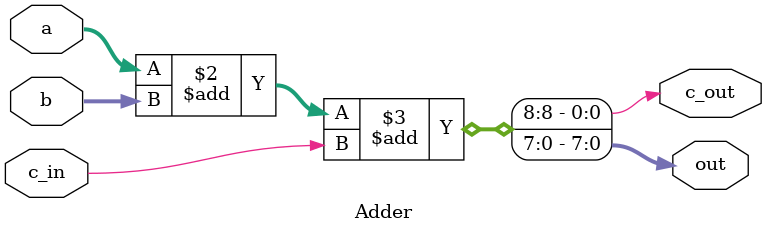
<source format=sv>
module Adder 
# (parameter width = 8)
(
    input logic [width-1 : 0] a,
    input logic [width-1 : 0] b,
    input logic c_in,
    output logic [width-1 : 0] out,
    output logic c_out
    );

// TODO: CHECK IF NEED MODIFICATIONS
always_comb begin  
    {c_out, out} = a + b + c_in;
end

endmodule

</source>
